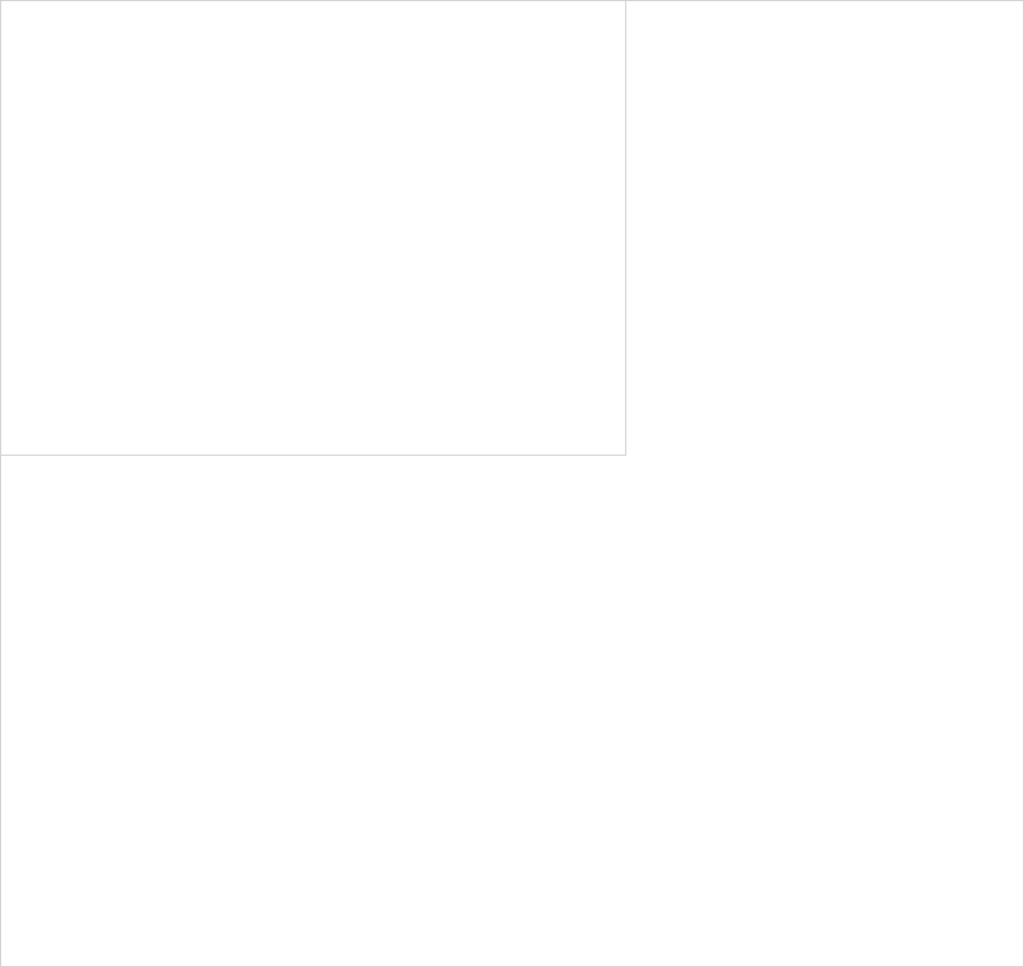
<source format=kicad_pcb>
(kicad_pcb (version 20211014) (generator pcbnew)

  (general
    (thickness 1.6)
  )

  (paper "A4")
  (layers
    (0 "F.Cu" signal)
    (31 "B.Cu" signal)
    (32 "B.Adhes" user "B.Adhesive")
    (33 "F.Adhes" user "F.Adhesive")
    (34 "B.Paste" user)
    (35 "F.Paste" user)
    (36 "B.SilkS" user "B.Silkscreen")
    (37 "F.SilkS" user "F.Silkscreen")
    (38 "B.Mask" user)
    (39 "F.Mask" user)
    (40 "Dwgs.User" user "User.Drawings")
    (41 "Cmts.User" user "User.Comments")
    (42 "Eco1.User" user "User.Eco1")
    (43 "Eco2.User" user "User.Eco2")
    (44 "Edge.Cuts" user)
    (45 "Margin" user)
    (46 "B.CrtYd" user "B.Courtyard")
    (47 "F.CrtYd" user "F.Courtyard")
    (48 "B.Fab" user)
    (49 "F.Fab" user)
    (50 "User.1" user)
    (51 "User.2" user)
    (52 "User.3" user)
    (53 "User.4" user)
    (54 "User.5" user)
    (55 "User.6" user)
    (56 "User.7" user)
    (57 "User.8" user)
    (58 "User.9" user)
  )

  (setup
    (pad_to_mask_clearance 0)
    (pcbplotparams
      (layerselection 0x00010fc_ffffffff)
      (disableapertmacros false)
      (usegerberextensions false)
      (usegerberattributes true)
      (usegerberadvancedattributes true)
      (creategerberjobfile true)
      (svguseinch false)
      (svgprecision 6)
      (excludeedgelayer true)
      (plotframeref false)
      (viasonmask false)
      (mode 1)
      (useauxorigin false)
      (hpglpennumber 1)
      (hpglpenspeed 20)
      (hpglpendiameter 15.000000)
      (dxfpolygonmode true)
      (dxfimperialunits true)
      (dxfusepcbnewfont true)
      (psnegative false)
      (psa4output false)
      (plotreference true)
      (plotvalue true)
      (plotinvisibletext false)
      (sketchpadsonfab false)
      (subtractmaskfromsilk false)
      (outputformat 1)
      (mirror false)
      (drillshape 1)
      (scaleselection 1)
      (outputdirectory "")
    )
  )

  (net 0 "")

  (gr_line (start 171 66) (end 81 66) (layer "Edge.Cuts") (width 0.1) (tstamp 172b515f-13aa-42a2-b6ac-db67c2e524e7))
  (gr_line (start 136 66) (end 136 106) (layer "Edge.Cuts") (width 0.1) (tstamp 3198b8ca-7d11-4e0c-89a4-c173f9fcf724))
  (gr_line (start 81 151) (end 171 151) (layer "Edge.Cuts") (width 0.1) (tstamp 44035e53-ff94-45ad-801f-55a1ce042a0d))
  (gr_line (start 81 106) (end 81 66) (layer "Edge.Cuts") (width 0.1) (tstamp 5d00cbc9-46cb-472e-b705-59da8e971192))
  (gr_line (start 136 106) (end 81 106) (layer "Edge.Cuts") (width 0.1) (tstamp 6a5b3eea-de35-4a54-8316-e56ea2a634e4))
  (gr_line (start 171 151) (end 171 66) (layer "Edge.Cuts") (width 0.1) (tstamp 9de304ba-fba7-4896-b969-9d87a3522d74))
  (gr_line (start 81 66) (end 81 151) (layer "Edge.Cuts") (width 0.1) (tstamp e2701ea2-e23f-44f2-a20e-c9e74ea88bb1))

)

</source>
